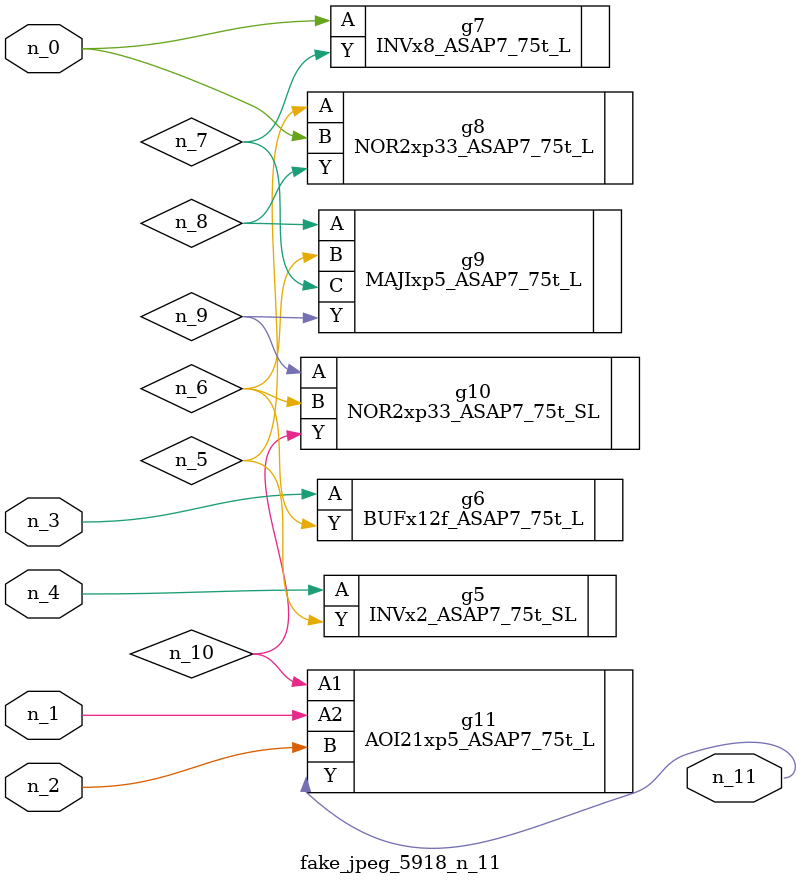
<source format=v>
module fake_jpeg_5918_n_11 (n_3, n_2, n_1, n_0, n_4, n_11);

input n_3;
input n_2;
input n_1;
input n_0;
input n_4;

output n_11;

wire n_10;
wire n_8;
wire n_9;
wire n_6;
wire n_5;
wire n_7;

INVx2_ASAP7_75t_SL g5 ( 
.A(n_4),
.Y(n_5)
);

BUFx12f_ASAP7_75t_L g6 ( 
.A(n_3),
.Y(n_6)
);

INVx8_ASAP7_75t_L g7 ( 
.A(n_0),
.Y(n_7)
);

NOR2xp33_ASAP7_75t_L g8 ( 
.A(n_5),
.B(n_0),
.Y(n_8)
);

MAJIxp5_ASAP7_75t_L g9 ( 
.A(n_8),
.B(n_6),
.C(n_7),
.Y(n_9)
);

NOR2xp33_ASAP7_75t_SL g10 ( 
.A(n_9),
.B(n_6),
.Y(n_10)
);

AOI21xp5_ASAP7_75t_L g11 ( 
.A1(n_10),
.A2(n_1),
.B(n_2),
.Y(n_11)
);


endmodule
</source>
